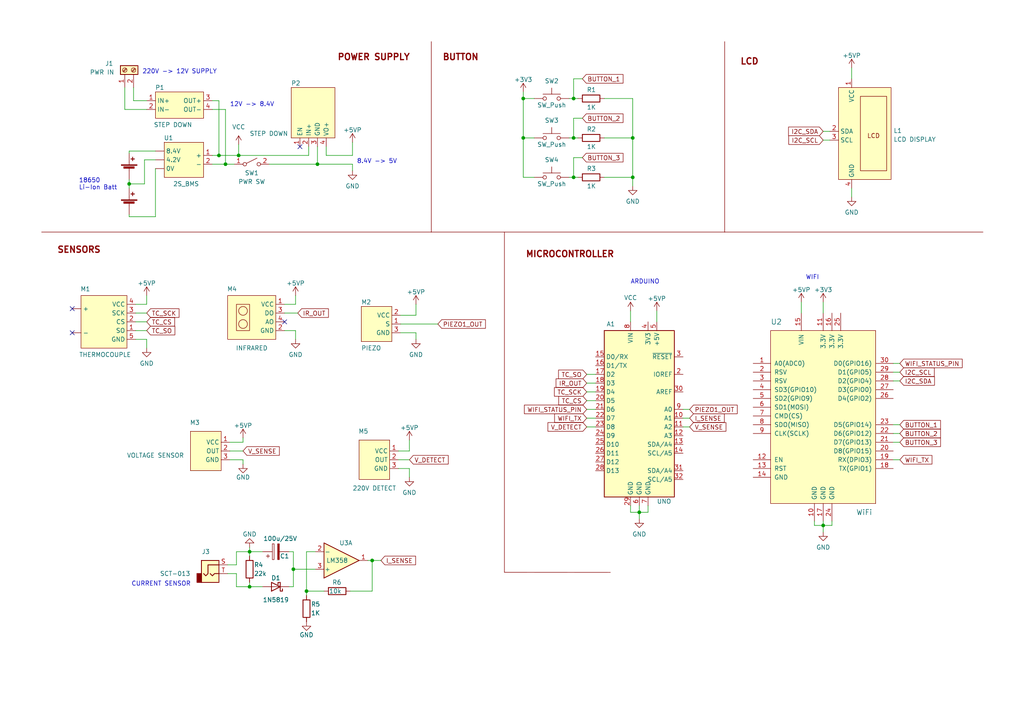
<source format=kicad_sch>
(kicad_sch (version 20230121) (generator eeschema)
  (paper "A4")
  (title_block (title "GENERATOR MONITORING SYSTEM SCHEMATICS"))
  (lib_symbols
    (symbol "Amplifier_Operational:LM358" (pin_names (offset 0.127))
      (property "Reference" "U" (at 0 5.08 0))
      (property "Value" "LM358" (at 0 -5.08 0))
      (symbol "LM358_1_1"
        (polyline (pts (xy -5.08 5.08) (xy 5.08 0) (xy -5.08 -5.08) (xy -5.08 5.08)) (stroke (width 0.254)) (fill (type background)))
        (pin output line (at 7.62 0 180) (length 2.54) (name "~") (number "1"))
        (pin input line (at -7.62 -2.54 0) (length 2.54) (name "-") (number "2"))
        (pin input line (at -7.62 2.54 0) (length 2.54) (name "+") (number "3"))
      )
      (symbol "LM358_2_1"
        (polyline (pts (xy -5.08 5.08) (xy 5.08 0) (xy -5.08 -5.08) (xy -5.08 5.08)) (stroke (width 0.254)) (fill (type background)))
        (pin input line (at -7.62 2.54 0) (length 2.54) (name "+") (number "5"))
        (pin input line (at -7.62 -2.54 0) (length 2.54) (name "-") (number "6"))
        (pin output line (at 7.62 0 180) (length 2.54) (name "~") (number "7"))
      )
      (symbol "LM358_3_1"
        (pin power_in line (at -2.54 -7.62 90) (length 3.81) (name "V-") (number "4"))
        (pin power_in line (at -2.54 7.62 270) (length 3.81) (name "V+") (number "8"))
      )
    )
    (symbol "Connector:Screw_Terminal_01x02" (pin_names (offset 1.016) hide)
      (property "Reference" "J" (at 0 2.54 0))
      (property "Value" "Screw_Terminal_01x02" (at 0 -5.08 0))
      (symbol "Screw_Terminal_01x02_1_1"
        (rectangle (start -1.27 1.27) (end 1.27 -3.81) (stroke (width 0.254)) (fill (type background)))
        (circle (center 0 -2.54) (radius 0.635) (stroke (width 0.1524)))
        (polyline (pts (xy -0.5334 -2.2098) (xy 0.3302 -3.048)) (stroke (width 0.1524)))
        (polyline (pts (xy -0.5334 0.3302) (xy 0.3302 -0.508)) (stroke (width 0.1524)))
        (polyline (pts (xy -0.3556 -2.032) (xy 0.508 -2.8702)) (stroke (width 0.1524)))
        (polyline (pts (xy -0.3556 0.508) (xy 0.508 -0.3302)) (stroke (width 0.1524)))
        (circle (center 0 0) (radius 0.635) (stroke (width 0.1524)))
        (pin passive line (at -5.08 0 0) (length 3.81) (name "Pin_1") (number "1"))
        (pin passive line (at -5.08 -2.54 0) (length 3.81) (name "Pin_2") (number "2"))
      )
    )
    (symbol "Connector_Audio:AudioJack2"
      (property "Reference" "J" (at 0 8.89 0))
      (property "Value" "AudioJack2" (at 0 6.35 0))
      (symbol "AudioJack2_0_1"
        (rectangle (start -3.81 0) (end -2.54 -2.54) (stroke (width 0.254)) (fill (type outline)))
        (rectangle (start -2.54 3.81) (end 2.54 -2.54) (stroke (width 0.254)) (fill (type background)))
        (polyline (pts (xy 0 0) (xy 0.635 -0.635) (xy 1.27 0) (xy 2.54 0)) (stroke (width 0.254)))
        (polyline (pts (xy 2.54 2.54) (xy -0.635 2.54) (xy -0.635 0) (xy -1.27 -0.635) (xy -1.905 0)) (stroke (width 0.254)))
      )
      (symbol "AudioJack2_1_1"
        (pin passive line (at 5.08 2.54 180) (length 2.54) (name "~") (number "S"))
        (pin passive line (at 5.08 0 180) (length 2.54) (name "~") (number "T"))
      )
    )
    (symbol "CustomLibrary:2S_BMS"
      (property "Reference" "U" (at 3.81 7.62 0))
      (property "Value" "2S_BMS" (at 0 -6.35 0))
      (symbol "2S_BMS_0_1"
        (rectangle (start -6.35 6.35) (end 5.08 -3.81) (stroke (width 0.1524)) (fill (type background)))
      )
      (symbol "2S_BMS_1_1"
        (pin input line (at -8.89 -1.27 0) (length 2.54) (name "0V") (number ""))
        (pin input line (at -8.89 1.27 0) (length 2.54) (name "4.2V") (number ""))
        (pin input line (at -8.89 3.81 0) (length 2.54) (name "8.4V") (number ""))
        (pin input line (at 7.62 2.54 180) (length 2.54) (name "+") (number "1"))
        (pin input line (at 7.62 0 180) (length 2.54) (name "-") (number "2"))
      )
    )
    (symbol "CustomLibrary:I2C_LCD_DISPLAY"
      (property "Reference" "L" (at -5.08 16.51 0))
      (property "Value" "I2C_LCD_DISPLAY" (at 10.16 -13.97 0))
      (symbol "I2C_LCD_DISPLAY_0_0"
        (text "LCD" (at 5.08 1.27 0) (effects (font (size 1.27 1.27))))
      )
      (symbol "I2C_LCD_DISPLAY_0_1"
        (rectangle (start -5.08 15.24) (end 10.16 -11.43) (stroke (width 0.1524)) (fill (type background)))
        (rectangle (start 1.27 12.7) (end 8.89 -8.89) (stroke (width 0.1524)))
      )
      (symbol "I2C_LCD_DISPLAY_1_1"
        (pin input line (at -1.27 17.78 270) (length 2.54) (name "VCC") (number "1"))
        (pin input line (at -7.62 2.54 0) (length 2.54) (name "SDA") (number "2"))
        (pin input line (at -7.62 0 0) (length 2.54) (name "SCL") (number "3"))
        (pin input line (at -1.27 -13.97 90) (length 2.54) (name "GND") (number "4"))
      )
    )
    (symbol "CustomLibrary:Infrared_Module"
      (property "Reference" "M" (at -7.62 7.62 0))
      (property "Value" "Infrared_Module" (at -0.635 -8.89 0))
      (symbol "Infrared_Module_0_1"
        (rectangle (start -8.255 5.715) (end 5.715 -6.985) (stroke (width 0.1524)) (fill (type background)))
        (rectangle (start -5.715 3.175) (end -1.905 -4.445) (stroke (width 0.1524)))
        (circle (center -3.81 -2.54) (radius 1.27) (stroke (width 0.1524)))
        (circle (center -3.81 1.27) (radius 1.27) (stroke (width 0.1524)))
      )
      (symbol "Infrared_Module_1_1"
        (pin input line (at 8.255 3.175 180) (length 2.54) (name "VCC") (number "1"))
        (pin input line (at 8.255 -4.445 180) (length 2.54) (name "GND") (number "2"))
        (pin input line (at 8.255 0.635 180) (length 2.54) (name "DO") (number "3"))
        (pin input line (at 8.255 -1.905 180) (length 2.54) (name "AO") (number "4"))
      )
    )
    (symbol "CustomLibrary:MAX6675_Module"
      (property "Reference" "M" (at -6.35 9.525 0))
      (property "Value" "MAX6675_Module" (at 0.635 -9.525 0))
      (symbol "MAX6675_Module_0_1"
        (rectangle (start -6.985 8.255) (end 6.35 -6.985) (stroke (width 0.1524)) (fill (type background)))
      )
      (symbol "MAX6675_Module_1_1"
        (pin input line (at -9.525 4.445 0) (length 2.54) (name "+") (number ""))
        (pin input line (at -9.525 -2.54 0) (length 2.54) (name "-") (number ""))
        (pin input line (at 8.89 -1.905 180) (length 2.54) (name "SO") (number "1"))
        (pin input line (at 8.89 0.635 180) (length 2.54) (name "CS") (number "2"))
        (pin input line (at 8.89 3.175 180) (length 2.54) (name "SCK") (number "3"))
        (pin input line (at 8.89 5.715 180) (length 2.54) (name "VCC") (number "4"))
        (pin input line (at 8.89 -4.445 180) (length 2.54) (name "GND") (number "5"))
      )
    )
    (symbol "CustomLibrary:Opto_Voltage_Detect_Module"
      (property "Reference" "M" (at -1.27 8.89 0))
      (property "Value" "Opto_Voltage_Detect_Module" (at 0 -6.985 0))
      (symbol "Opto_Voltage_Detect_Module_0_1"
        (rectangle (start -5.715 6.985) (end 3.175 -4.445) (stroke (width 0.1524)) (fill (type background)))
      )
      (symbol "Opto_Voltage_Detect_Module_1_1"
        (pin input line (at 5.715 3.81 180) (length 2.54) (name "VCC") (number "1"))
        (pin input line (at 5.715 1.27 180) (length 2.54) (name "OUT") (number "2"))
        (pin input line (at 5.715 -1.27 180) (length 2.54) (name "GND") (number "3"))
      )
    )
    (symbol "CustomLibrary:Piezo_Electric_Sensor_Module"
      (property "Reference" "M" (at -5.715 6.985 0))
      (property "Value" "Piezo_Electric_Sensor_Module" (at 1.905 -7.62 0))
      (symbol "Piezo_Electric_Sensor_Module_0_1"
        (rectangle (start 2.54 5.08) (end -6.35 -5.08) (stroke (width 0.1524)) (fill (type background)))
      )
      (symbol "Piezo_Electric_Sensor_Module_1_1"
        (pin input line (at 5.08 0 180) (length 2.54) (name "S") (number "1"))
        (pin input line (at 5.08 2.54 180) (length 2.54) (name "VCC") (number "2"))
        (pin input line (at 5.08 -2.54 180) (length 2.54) (name "GND") (number "3"))
      )
    )
    (symbol "CustomLibrary:Step_Down_Module"
      (property "Reference" "P" (at 3.81 6.35 0))
      (property "Value" "Step_Down_Module" (at 0.635 -6.35 0))
      (symbol "Step_Down_Module_0_1"
        (rectangle (start -7.62 3.81) (end 6.35 -3.81) (stroke (width 0.1524)) (fill (type background)))
      )
      (symbol "Step_Down_Module_1_1"
        (pin input line (at -10.16 1.27 0) (length 2.54) (name "IN+") (number "1"))
        (pin input line (at -10.16 -1.27 0) (length 2.54) (name "IN-") (number "2"))
        (pin input line (at 8.89 1.27 180) (length 2.54) (name "OUT+") (number "3"))
        (pin input line (at 8.89 -1.27 180) (length 2.54) (name "OUT-") (number "4"))
      )
    )
    (symbol "CustomLibrary:Step_Down_Module_Select"
      (property "Reference" "P" (at -6.985 5.715 0))
      (property "Value" "Step_Down_Module_Select" (at 0.635 -12.065 0))
      (symbol "Step_Down_Module_Select_0_1"
        (rectangle (start -7.62 3.81) (end 6.985 -8.89) (stroke (width 0.1524)) (fill (type background)))
      )
      (symbol "Step_Down_Module_Select_1_1"
        (pin input line (at -10.16 1.27 0) (length 2.54) (name "EN") (number "1"))
        (pin input line (at -10.16 -1.27 0) (length 2.54) (name "IN+") (number "2"))
        (pin input line (at -10.16 -3.81 0) (length 2.54) (name "GND") (number "3"))
        (pin input line (at -10.16 -6.35 0) (length 2.54) (name "VO+") (number "4"))
      )
    )
    (symbol "Device:Battery_Cell" (pin_numbers hide) (pin_names (offset 0) hide)
      (property "Reference" "BT" (at 2.54 2.54 0))
      (property "Value" "Battery_Cell" (at 2.54 0 0))
      (symbol "Battery_Cell_0_1"
        (rectangle (start -2.286 1.778) (end 2.286 1.524) (fill (type outline)))
        (rectangle (start -1.5748 1.1938) (end 1.4732 0.6858) (fill (type outline)))
        (polyline (pts (xy 0 0.762) (xy 0 0)))
        (polyline (pts (xy 0 1.778) (xy 0 2.54)))
        (polyline (pts (xy 0.508 3.429) (xy 1.524 3.429)) (stroke (width 0.254)))
        (polyline (pts (xy 1.016 3.937) (xy 1.016 2.921)) (stroke (width 0.254)))
      )
      (symbol "Battery_Cell_1_1"
        (pin passive line (at 0 5.08 270) (length 2.54) (name "+") (number "1"))
        (pin passive line (at 0 -2.54 90) (length 2.54) (name "-") (number "2"))
      )
    )
    (symbol "Device:C_Polarized" (pin_numbers hide) (pin_names (offset 0.254))
      (property "Reference" "C" (at 0.635 2.54 0))
      (property "Value" "C_Polarized" (at 0.635 -2.54 0))
      (symbol "C_Polarized_0_1"
        (rectangle (start -2.286 0.508) (end 2.286 1.016))
        (polyline (pts (xy -1.778 2.286) (xy -0.762 2.286)))
        (polyline (pts (xy -1.27 2.794) (xy -1.27 1.778)))
        (rectangle (start 2.286 -0.508) (end -2.286 -1.016) (fill (type outline)))
      )
      (symbol "C_Polarized_1_1"
        (pin passive line (at 0 3.81 270) (length 2.794) (name "~") (number "1"))
        (pin passive line (at 0 -3.81 90) (length 2.794) (name "~") (number "2"))
      )
    )
    (symbol "Device:R" (pin_numbers hide) (pin_names (offset 0))
      (property "Reference" "R" (at 2.032 0 90))
      (property "Value" "R" (at 0 0 90))
      (symbol "R_0_1"
        (rectangle (start -1.016 -2.54) (end 1.016 2.54) (stroke (width 0.254)))
      )
      (symbol "R_1_1"
        (pin passive line (at 0 3.81 270) (length 1.27) (name "~") (number "1"))
        (pin passive line (at 0 -3.81 90) (length 1.27) (name "~") (number "2"))
      )
    )
    (symbol "Diode:1N5819" (pin_numbers hide) (pin_names (offset 1.016) hide)
      (property "Reference" "D" (at 0 2.54 0))
      (property "Value" "1N5819" (at 0 -2.54 0))
      (symbol "1N5819_0_1"
        (polyline (pts (xy 1.27 0) (xy -1.27 0)))
        (polyline (pts (xy 1.27 1.27) (xy 1.27 -1.27) (xy -1.27 0) (xy 1.27 1.27)) (stroke (width 0.254)))
        (polyline (pts (xy -1.905 0.635) (xy -1.905 1.27) (xy -1.27 1.27) (xy -1.27 -1.27) (xy -0.635 -1.27) (xy -0.635 -0.635)) (stroke (width 0.254)))
      )
      (symbol "1N5819_1_1"
        (pin passive line (at -3.81 0 0) (length 2.54) (name "K") (number "1"))
        (pin passive line (at 3.81 0 180) (length 2.54) (name "A") (number "2"))
      )
    )
    (symbol "ESP8266 Module:NodeMCU1.0(ESP-12E)" (pin_names (offset 1.016))
      (property "Reference" "U" (at -13.335 28.575 0))
      (property "Value" "NodeMCU1.0(ESP-12E)" (at 23.495 -26.67 0))
      (symbol "NodeMCU1.0(ESP-12E)_0_1"
        (rectangle (start -15.24 27.305) (end 15.24 -22.86) (stroke (width 0.1524)) (fill (type background)))
      )
      (symbol "NodeMCU1.0(ESP-12E)_1_1"
        (pin input line (at -20.32 17.78 0) (length 5.08) (name "A0(ADC0)") (number "1"))
        (pin input line (at -2.54 -27.94 90) (length 5.08) (name "GND") (number "10"))
        (pin input line (at 0 32.385 270) (length 5.08) (name "3.3V") (number "11"))
        (pin input line (at -20.32 -10.16 0) (length 5.08) (name "EN") (number "12"))
        (pin input line (at -20.32 -12.7 0) (length 5.08) (name "RST") (number "13"))
        (pin input line (at -20.32 -15.24 0) (length 5.08) (name "GND") (number "14"))
        (pin input line (at -6.35 32.385 270) (length 5.08) (name "VIN") (number "15"))
        (pin input line (at 2.54 32.385 270) (length 5.08) (name "3.3V") (number "16"))
        (pin input line (at 0 -27.94 90) (length 5.08) (name "GND") (number "17"))
        (pin input line (at 20.32 -12.7 180) (length 5.08) (name "TX(GPIO1)") (number "18"))
        (pin input line (at 20.32 -10.16 180) (length 5.08) (name "RX(DPIO3)") (number "19"))
        (pin input line (at -20.32 15.24 0) (length 5.08) (name "RSV") (number "2"))
        (pin input line (at 20.32 -7.62 180) (length 5.08) (name "D8(GPIO15)") (number "20"))
        (pin input line (at 20.32 -5.08 180) (length 5.08) (name "D7(GPIO13)") (number "21"))
        (pin input line (at 20.32 -2.54 180) (length 5.08) (name "D6(GPIO12)") (number "22"))
        (pin input line (at 20.32 0 180) (length 5.08) (name "D5(GPIO14)") (number "23"))
        (pin input line (at 2.54 -27.94 90) (length 5.08) (name "GND") (number "24"))
        (pin input line (at 5.08 32.385 270) (length 5.08) (name "3.3V") (number "25"))
        (pin input line (at 20.32 7.62 180) (length 5.08) (name "D4(GPIO2)") (number "26"))
        (pin input line (at 20.32 10.16 180) (length 5.08) (name "D3(GPIO0)") (number "27"))
        (pin input line (at 20.32 12.7 180) (length 5.08) (name "D2(GPIO4)") (number "28"))
        (pin input line (at 20.32 15.24 180) (length 5.08) (name "D1(GPIO5)") (number "29"))
        (pin input line (at -20.32 12.7 0) (length 5.08) (name "RSV") (number "3"))
        (pin input line (at 20.32 17.78 180) (length 5.08) (name "D0(GPIO16)") (number "30"))
        (pin input line (at -20.32 10.16 0) (length 5.08) (name "SD3(GPIO10)") (number "4"))
        (pin input line (at -20.32 7.62 0) (length 5.08) (name "SD2(GPIO9)") (number "5"))
        (pin input line (at -20.32 5.08 0) (length 5.08) (name "SD1(MOSI)") (number "6"))
        (pin input line (at -20.32 2.54 0) (length 5.08) (name "CMD(CS)") (number "7"))
        (pin input line (at -20.32 0 0) (length 5.08) (name "SDO(MISO)") (number "8"))
        (pin input line (at -20.32 -2.54 0) (length 5.08) (name "CLK(SCLK)") (number "9"))
      )
    )
    (symbol "MCU_Module:Arduino_UNO_R3"
      (property "Reference" "A" (at -10.16 23.495 0))
      (property "Value" "Arduino_UNO_R3" (at 5.08 -26.67 0))
      (symbol "Arduino_UNO_R3_0_1"
        (rectangle (start -10.16 22.86) (end 10.16 -25.4) (stroke (width 0.254)) (fill (type background)))
      )
      (symbol "Arduino_UNO_R3_1_1"
        (pin no_connect line (at -10.16 -20.32 0) (length 2.54) hide (name "NC") (number "1"))
        (pin bidirectional line (at 12.7 -2.54 180) (length 2.54) (name "A1") (number "10"))
        (pin bidirectional line (at 12.7 -5.08 180) (length 2.54) (name "A2") (number "11"))
        (pin bidirectional line (at 12.7 -7.62 180) (length 2.54) (name "A3") (number "12"))
        (pin bidirectional line (at 12.7 -10.16 180) (length 2.54) (name "SDA/A4") (number "13"))
        (pin bidirectional line (at 12.7 -12.7 180) (length 2.54) (name "SCL/A5") (number "14"))
        (pin bidirectional line (at -12.7 15.24 0) (length 2.54) (name "D0/RX") (number "15"))
        (pin bidirectional line (at -12.7 12.7 0) (length 2.54) (name "D1/TX") (number "16"))
        (pin bidirectional line (at -12.7 10.16 0) (length 2.54) (name "D2") (number "17"))
        (pin bidirectional line (at -12.7 7.62 0) (length 2.54) (name "D3") (number "18"))
        (pin bidirectional line (at -12.7 5.08 0) (length 2.54) (name "D4") (number "19"))
        (pin output line (at 12.7 10.16 180) (length 2.54) (name "IOREF") (number "2"))
        (pin bidirectional line (at -12.7 2.54 0) (length 2.54) (name "D5") (number "20"))
        (pin bidirectional line (at -12.7 0 0) (length 2.54) (name "D6") (number "21"))
        (pin bidirectional line (at -12.7 -2.54 0) (length 2.54) (name "D7") (number "22"))
        (pin bidirectional line (at -12.7 -5.08 0) (length 2.54) (name "D8") (number "23"))
        (pin bidirectional line (at -12.7 -7.62 0) (length 2.54) (name "D9") (number "24"))
        (pin bidirectional line (at -12.7 -10.16 0) (length 2.54) (name "D10") (number "25"))
        (pin bidirectional line (at -12.7 -12.7 0) (length 2.54) (name "D11") (number "26"))
        (pin bidirectional line (at -12.7 -15.24 0) (length 2.54) (name "D12") (number "27"))
        (pin bidirectional line (at -12.7 -17.78 0) (length 2.54) (name "D13") (number "28"))
        (pin power_in line (at -2.54 -27.94 90) (length 2.54) (name "GND") (number "29"))
        (pin input line (at 12.7 15.24 180) (length 2.54) (name "~{RESET}") (number "3"))
        (pin input line (at 12.7 5.08 180) (length 2.54) (name "AREF") (number "30"))
        (pin bidirectional line (at 12.7 -17.78 180) (length 2.54) (name "SDA/A4") (number "31"))
        (pin bidirectional line (at 12.7 -20.32 180) (length 2.54) (name "SCL/A5") (number "32"))
        (pin power_out line (at 2.54 25.4 270) (length 2.54) (name "3V3") (number "4"))
        (pin power_out line (at 5.08 25.4 270) (length 2.54) (name "+5V") (number "5"))
        (pin power_in line (at 0 -27.94 90) (length 2.54) (name "GND") (number "6"))
        (pin power_in line (at 2.54 -27.94 90) (length 2.54) (name "GND") (number "7"))
        (pin power_in line (at -2.54 25.4 270) (length 2.54) (name "VIN") (number "8"))
        (pin bidirectional line (at 12.7 0 180) (length 2.54) (name "A0") (number "9"))
      )
    )
    (symbol "Switch:SW_Push" (pin_numbers hide) (pin_names (offset 1.016) hide)
      (property "Reference" "SW" (at 1.27 2.54 0))
      (property "Value" "SW_Push" (at 0 -1.524 0))
      (symbol "SW_Push_0_1"
        (circle (center -2.032 0) (radius 0.508))
        (polyline (pts (xy 0 1.27) (xy 0 3.048)))
        (polyline (pts (xy 2.54 1.27) (xy -2.54 1.27)))
        (circle (center 2.032 0) (radius 0.508))
        (pin passive line (at -5.08 0 0) (length 2.54) (name "1") (number "1"))
        (pin passive line (at 5.08 0 180) (length 2.54) (name "2") (number "2"))
      )
    )
    (symbol "Switch:SW_SPST" (pin_names (offset 0) hide)
      (property "Reference" "SW" (at 0 3.175 0))
      (property "Value" "SW_SPST" (at 0 -2.54 0))
      (symbol "SW_SPST_0_0"
        (circle (center -2.032 0) (radius 0.508))
        (polyline (pts (xy -1.524 0.254) (xy 1.524 1.778)))
        (circle (center 2.032 0) (radius 0.508))
      )
      (symbol "SW_SPST_1_1"
        (pin passive line (at -5.08 0 0) (length 2.54) (name "A") (number "1"))
        (pin passive line (at 5.08 0 180) (length 2.54) (name "B") (number "2"))
      )
    )
    (symbol "power:+3V3" (power) (pin_names (offset 0))
      (property "Value" "+3V3" (at 0 3.556 0))
      (symbol "+3V3_0_1"
        (polyline (pts (xy -0.762 1.27) (xy 0 2.54)))
        (polyline (pts (xy 0 0) (xy 0 2.54)))
        (polyline (pts (xy 0 2.54) (xy 0.762 1.27)))
      )
      (symbol "+3V3_1_1"
        (pin power_in line (at 0 0 90) (length 0) hide (name "+3V3") (number "1"))
      )
    )
    (symbol "power:+5VP" (power) (pin_names (offset 0))
      (property "Value" "+5VP" (at 0 3.556 0))
      (symbol "+5VP_0_1"
        (polyline (pts (xy -0.762 1.27) (xy 0 2.54)))
        (polyline (pts (xy 0 0) (xy 0 2.54)))
        (polyline (pts (xy 0 2.54) (xy 0.762 1.27)))
      )
      (symbol "+5VP_1_1"
        (pin power_in line (at 0 0 90) (length 0) hide (name "+5VP") (number "1"))
      )
    )
    (symbol "power:GND" (power) (pin_names (offset 0))
      (property "Value" "GND" (at 0 -3.81 0))
      (symbol "GND_0_1"
        (polyline (pts (xy 0 0) (xy 0 -1.27) (xy 1.27 -1.27) (xy 0 -2.54) (xy -1.27 -1.27) (xy 0 -1.27)))
      )
      (symbol "GND_1_1"
        (pin power_in line (at 0 0 270) (length 0) hide (name "GND") (number "1"))
      )
    )
    (symbol "power:VCC" (power) (pin_names (offset 0))
      (property "Value" "VCC" (at 0 3.81 0))
      (symbol "VCC_0_1"
        (polyline (pts (xy -0.762 1.27) (xy 0 2.54)))
        (polyline (pts (xy 0 0) (xy 0 2.54)))
        (polyline (pts (xy 0 2.54) (xy 0.762 1.27)))
      )
      (symbol "VCC_1_1"
        (pin power_in line (at 0 0 90) (length 0) hide (name "VCC") (number "1"))
      )
    )
  )
  (junction (at 65.405 47.625))
  (junction (at 69.215 45.085))
  (junction (at 107.95 162.56))
  (junction (at 166.37 51.435))
  (junction (at 185.42 148.59))
  (junction (at 151.765 28.575))
  (junction (at 183.515 51.435))
  (junction (at 88.9 171.45))
  (junction (at 166.37 28.575))
  (junction (at 183.515 40.005))
  (junction (at 72.39 170.18))
  (junction (at 92.075 47.625))
  (junction (at 166.37 40.005))
  (junction (at 63.5 45.085))
  (junction (at 151.765 40.005))
  (junction (at 85.09 165.1))
  (junction (at 238.76 152.4))
  (junction (at 72.39 160.02))
  (junction (at 37.465 53.34))
  (no_connect (at 20.955 96.52))
  (no_connect (at 86.995 42.545))
  (no_connect (at 82.55 93.345))
  (no_connect (at 20.955 89.535))
  (wire (pts (xy 238.76 38.1) (xy 240.665 38.1)))
  (wire (pts (xy 259.08 105.41) (xy 260.985 105.41)))
  (wire (pts (xy 247.015 19.685) (xy 247.015 22.86)))
  (wire (pts (xy 72.39 158.75) (xy 72.39 160.02)))
  (wire (pts (xy 63.5 45.085) (xy 63.5 29.21)))
  (wire (pts (xy 238.76 152.4) (xy 238.76 154.305)))
  (polyline (pts (xy 177.038 166.0144) (xy 146.304 165.989)) (stroke (width 0) (color 132 0 0 1)))
  (wire (pts (xy 88.9 171.45) (xy 93.98 171.45)))
  (wire (pts (xy 92.075 47.625) (xy 102.235 47.625)))
  (wire (pts (xy 106.68 162.56) (xy 107.95 162.56)))
  (wire (pts (xy 247.015 54.61) (xy 247.015 57.15)))
  (wire (pts (xy 37.465 53.34) (xy 41.91 53.34)))
  (wire (pts (xy 85.09 160.02) (xy 85.09 165.1)))
  (wire (pts (xy 182.88 90.17) (xy 182.88 93.345)))
  (wire (pts (xy 116.205 91.44) (xy 120.65 91.44)))
  (wire (pts (xy 66.675 130.81) (xy 70.485 130.81)))
  (polyline (pts (xy 125.095 67.31) (xy 210.185 67.31)) (stroke (width 0) (type solid) (color 132 0 0 1)))
  (polyline (pts (xy 210.185 12.065) (xy 210.185 67.31)) (stroke (width 0) (type solid) (color 132 0 0 1)))
  (wire (pts (xy 115.57 135.89) (xy 118.745 135.89)))
  (wire (pts (xy 63.5 45.085) (xy 69.215 45.085)))
  (wire (pts (xy 151.765 28.575) (xy 154.94 28.575)))
  (wire (pts (xy 83.82 160.02) (xy 85.09 160.02)))
  (wire (pts (xy 38.735 29.21) (xy 42.545 29.21)))
  (wire (pts (xy 166.37 40.005) (xy 166.37 34.29)))
  (wire (pts (xy 151.765 40.005) (xy 154.94 40.005)))
  (wire (pts (xy 68.58 163.83) (xy 68.58 160.02)))
  (wire (pts (xy 170.18 121.285) (xy 172.72 121.285)))
  (wire (pts (xy 41.91 46.355) (xy 45.085 46.355)))
  (wire (pts (xy 170.18 116.205) (xy 172.72 116.205)))
  (wire (pts (xy 236.22 151.13) (xy 236.22 152.4)))
  (wire (pts (xy 42.545 88.265) (xy 42.545 85.725)))
  (wire (pts (xy 89.535 45.085) (xy 89.535 42.545)))
  (wire (pts (xy 170.18 118.745) (xy 172.72 118.745)))
  (wire (pts (xy 39.37 95.885) (xy 42.545 95.885)))
  (polyline (pts (xy 146.304 165.989) (xy 146.304 67.31)) (stroke (width 0) (color 132 0 0 1)))
  (wire (pts (xy 39.37 90.805) (xy 42.545 90.805)))
  (wire (pts (xy 82.55 90.805) (xy 86.36 90.805)))
  (wire (pts (xy 92.075 47.625) (xy 92.075 42.545)))
  (wire (pts (xy 165.1 40.005) (xy 166.37 40.005)))
  (wire (pts (xy 41.91 53.34) (xy 41.91 46.355)))
  (wire (pts (xy 115.57 133.35) (xy 118.745 133.35)))
  (wire (pts (xy 72.39 168.91) (xy 72.39 170.18)))
  (wire (pts (xy 68.58 160.02) (xy 72.39 160.02)))
  (wire (pts (xy 61.595 29.21) (xy 63.5 29.21)))
  (wire (pts (xy 102.235 45.085) (xy 102.235 41.275)))
  (wire (pts (xy 42.545 98.425) (xy 42.545 100.965)))
  (wire (pts (xy 37.465 62.865) (xy 45.085 62.865)))
  (wire (pts (xy 198.12 118.745) (xy 200.025 118.745)))
  (wire (pts (xy 238.76 152.4) (xy 241.3 152.4)))
  (wire (pts (xy 39.37 93.345) (xy 42.545 93.345)))
  (wire (pts (xy 66.675 133.35) (xy 70.485 133.35)))
  (wire (pts (xy 120.65 96.52) (xy 120.65 98.425)))
  (wire (pts (xy 259.08 133.35) (xy 260.985 133.35)))
  (wire (pts (xy 94.615 42.545) (xy 94.615 45.085)))
  (wire (pts (xy 72.39 170.18) (xy 76.2 170.18)))
  (wire (pts (xy 107.95 162.56) (xy 107.95 171.45)))
  (wire (pts (xy 70.485 128.27) (xy 70.485 127)))
  (wire (pts (xy 151.765 28.575) (xy 151.765 40.005)))
  (wire (pts (xy 170.18 108.585) (xy 172.72 108.585)))
  (wire (pts (xy 151.765 40.005) (xy 151.765 51.435)))
  (polyline (pts (xy 210.185 67.31) (xy 285.115 67.31)) (stroke (width 0) (type solid) (color 132 0 0 1)))
  (wire (pts (xy 69.215 41.91) (xy 69.215 45.085)))
  (wire (pts (xy 118.745 130.81) (xy 118.745 127.635)))
  (wire (pts (xy 166.37 28.575) (xy 167.64 28.575)))
  (wire (pts (xy 241.3 152.4) (xy 241.3 151.13)))
  (wire (pts (xy 36.195 31.75) (xy 42.545 31.75)))
  (wire (pts (xy 61.595 45.085) (xy 63.5 45.085)))
  (wire (pts (xy 175.26 51.435) (xy 183.515 51.435)))
  (wire (pts (xy 165.1 28.575) (xy 166.37 28.575)))
  (wire (pts (xy 175.26 28.575) (xy 183.515 28.575)))
  (wire (pts (xy 37.465 43.815) (xy 37.465 44.45)))
  (wire (pts (xy 259.08 110.49) (xy 260.985 110.49)))
  (wire (pts (xy 166.37 22.86) (xy 168.91 22.86)))
  (wire (pts (xy 37.465 52.07) (xy 37.465 53.34)))
  (wire (pts (xy 238.76 40.64) (xy 240.665 40.64)))
  (wire (pts (xy 65.405 47.625) (xy 61.595 47.625)))
  (wire (pts (xy 68.58 166.37) (xy 66.04 166.37)))
  (wire (pts (xy 61.595 31.75) (xy 65.405 31.75)))
  (wire (pts (xy 187.96 148.59) (xy 187.96 146.685)))
  (wire (pts (xy 151.765 26.67) (xy 151.765 28.575)))
  (wire (pts (xy 198.12 123.825) (xy 200.025 123.825)))
  (wire (pts (xy 170.18 111.125) (xy 172.72 111.125)))
  (wire (pts (xy 38.735 25.4) (xy 38.735 29.21)))
  (wire (pts (xy 182.88 148.59) (xy 185.42 148.59)))
  (wire (pts (xy 120.65 91.44) (xy 120.65 88.265)))
  (wire (pts (xy 170.18 123.825) (xy 172.72 123.825)))
  (wire (pts (xy 45.085 62.865) (xy 45.085 48.895)))
  (wire (pts (xy 37.465 53.34) (xy 37.465 54.61)))
  (wire (pts (xy 183.515 51.435) (xy 183.515 53.975)))
  (wire (pts (xy 182.88 146.685) (xy 182.88 148.59)))
  (wire (pts (xy 165.1 51.435) (xy 166.37 51.435)))
  (wire (pts (xy 166.37 51.435) (xy 166.37 45.72)))
  (wire (pts (xy 91.44 160.02) (xy 88.9 160.02)))
  (wire (pts (xy 115.57 130.81) (xy 118.745 130.81)))
  (wire (pts (xy 116.205 93.98) (xy 127 93.98)))
  (wire (pts (xy 238.76 87.63) (xy 238.76 90.805)))
  (wire (pts (xy 259.08 125.73) (xy 260.985 125.73)))
  (polyline (pts (xy 12.065 67.31) (xy 125.095 67.31)) (stroke (width 0) (type solid) (color 132 0 0 1)))
  (wire (pts (xy 85.725 95.885) (xy 85.725 98.425)))
  (wire (pts (xy 185.42 148.59) (xy 185.42 150.495)))
  (wire (pts (xy 85.09 170.18) (xy 83.82 170.18)))
  (wire (pts (xy 107.95 162.56) (xy 110.49 162.56)))
  (wire (pts (xy 37.465 62.865) (xy 37.465 62.23)))
  (wire (pts (xy 72.39 160.02) (xy 72.39 161.29)))
  (wire (pts (xy 82.55 88.265) (xy 85.725 88.265)))
  (wire (pts (xy 82.55 95.885) (xy 85.725 95.885)))
  (wire (pts (xy 166.37 51.435) (xy 167.64 51.435)))
  (wire (pts (xy 37.465 43.815) (xy 45.085 43.815)))
  (wire (pts (xy 65.405 47.625) (xy 67.945 47.625)))
  (wire (pts (xy 72.39 160.02) (xy 76.2 160.02)))
  (wire (pts (xy 118.745 135.89) (xy 118.745 138.43)))
  (wire (pts (xy 185.42 146.685) (xy 185.42 148.59)))
  (wire (pts (xy 166.37 45.72) (xy 168.91 45.72)))
  (wire (pts (xy 36.195 25.4) (xy 36.195 31.75)))
  (wire (pts (xy 39.37 88.265) (xy 42.545 88.265)))
  (wire (pts (xy 238.76 151.13) (xy 238.76 152.4)))
  (wire (pts (xy 170.18 113.665) (xy 172.72 113.665)))
  (wire (pts (xy 259.08 107.95) (xy 260.985 107.95)))
  (wire (pts (xy 94.615 45.085) (xy 102.235 45.085)))
  (wire (pts (xy 166.37 34.29) (xy 168.91 34.29)))
  (wire (pts (xy 78.105 47.625) (xy 92.075 47.625)))
  (wire (pts (xy 166.37 28.575) (xy 166.37 22.86)))
  (wire (pts (xy 65.405 31.75) (xy 65.405 47.625)))
  (wire (pts (xy 259.08 123.19) (xy 260.985 123.19)))
  (wire (pts (xy 68.58 170.18) (xy 68.58 166.37)))
  (wire (pts (xy 166.37 40.005) (xy 167.64 40.005)))
  (wire (pts (xy 116.205 96.52) (xy 120.65 96.52)))
  (wire (pts (xy 69.215 45.085) (xy 89.535 45.085)))
  (wire (pts (xy 70.485 133.35) (xy 70.485 134.62)))
  (wire (pts (xy 88.9 171.45) (xy 88.9 172.72)))
  (wire (pts (xy 183.515 40.005) (xy 183.515 51.435)))
  (wire (pts (xy 85.725 88.265) (xy 85.725 85.725)))
  (wire (pts (xy 107.95 171.45) (xy 101.6 171.45)))
  (wire (pts (xy 39.37 98.425) (xy 42.545 98.425)))
  (wire (pts (xy 66.675 128.27) (xy 70.485 128.27)))
  (wire (pts (xy 85.09 165.1) (xy 85.09 170.18)))
  (wire (pts (xy 66.04 163.83) (xy 68.58 163.83)))
  (wire (pts (xy 190.5 90.17) (xy 190.5 93.345)))
  (wire (pts (xy 259.08 128.27) (xy 260.985 128.27)))
  (wire (pts (xy 85.09 165.1) (xy 91.44 165.1)))
  (wire (pts (xy 88.9 160.02) (xy 88.9 171.45)))
  (wire (pts (xy 175.26 40.005) (xy 183.515 40.005)))
  (wire (pts (xy 102.235 47.625) (xy 102.235 49.53)))
  (wire (pts (xy 151.765 51.435) (xy 154.94 51.435)))
  (wire (pts (xy 198.12 121.285) (xy 200.025 121.285)))
  (wire (pts (xy 72.39 170.18) (xy 68.58 170.18)))
  (polyline (pts (xy 125.095 12.065) (xy 125.095 67.31)) (stroke (width 0) (type solid) (color 132 0 0 1)))
  (wire (pts (xy 185.42 148.59) (xy 187.96 148.59)))
  (wire (pts (xy 236.22 152.4) (xy 238.76 152.4)))
  (wire (pts (xy 183.515 28.575) (xy 183.515 40.005)))
  (wire (pts (xy 232.41 87.63) (xy 232.41 90.805)))
  (text "220V -> 12V SUPPLY\n" (at 41.275 21.59 0) (effects (font (size 1.27 1.27)) (justify left bottom)))
  (text "MICROCONTROLLER" (at 152.4 74.93 0) (effects (font (size 1.8 1.8) (thickness 0.36) bold) (justify left bottom)))
  (text "BUTTON" (at 128.27 17.78 0) (effects (font (size 1.8 1.8) (thickness 0.36) bold) (justify left bottom)))
  (text "18650\nLi-Ion Batt\n" (at 22.86 55.245 0) (effects (font (size 1.27 1.27)) (justify left bottom)))
  (text "LCD" (at 214.63 19.05 0) (effects (font (size 1.8 1.8) (thickness 0.36) bold) (justify left bottom)))
  (text "SENSORS" (at 16.51 73.66 0) (effects (font (size 1.8 1.8) (thickness 0.36) bold) (justify left bottom)))
  (text "ARDUINO" (at 182.88 82.55 0) (effects (font (size 1.27 1.27)) (justify left bottom)))
  (text "12V -> 8.4V\n" (at 66.675 31.115 0) (effects (font (size 1.27 1.27)) (justify left bottom)))
  (text "CURRENT SENSOR" (at 38.1 170.18 0) (effects (font (size 1.27 1.27)) (justify left bottom)))
  (text "8.4V -> 5V\n" (at 103.505 47.625 0) (effects (font (size 1.27 1.27)) (justify left bottom)))
  (text "POWER SUPPLY" (at 97.79 17.78 0) (effects (font (size 1.8 1.8) (thickness 0.36) bold) (justify left bottom)))
  (text "WIFI" (at 233.68 81.28 0) (effects (font (size 1.27 1.27)) (justify left bottom)))
  (global_label "I2C_SCL" (shape input) (at 238.76 40.64 180) (property "Intersheetrefs" "${INTERSHEET_REFS}" (effects hide)))
  (global_label "BUTTON_3" (shape input) (at 260.985 128.27 0) (property "Intersheetrefs" "${INTERSHEET_REFS}" (effects hide)))
  (global_label "WIFI_STATUS_PIN" (shape input) (at 170.18 118.745 180) (property "Intersheetrefs" "${INTERSHEET_REFS}" (effects hide)))
  (global_label "I2C_SDA" (shape input) (at 260.985 110.49 0) (property "Intersheetrefs" "${INTERSHEET_REFS}" (effects hide)))
  (global_label "TC_SCK" (shape input) (at 170.18 113.665 180) (property "Intersheetrefs" "${INTERSHEET_REFS}" (effects hide)))
  (global_label "BUTTON_1" (shape input) (at 168.91 22.86 0) (property "Intersheetrefs" "${INTERSHEET_REFS}" (effects hide)))
  (global_label "BUTTON_2" (shape input) (at 168.91 34.29 0) (property "Intersheetrefs" "${INTERSHEET_REFS}" (effects hide)))
  (global_label "BUTTON_3" (shape input) (at 168.91 45.72 0) (property "Intersheetrefs" "${INTERSHEET_REFS}" (effects hide)))
  (global_label "IR_OUT" (shape input) (at 86.36 90.805 0) (property "Intersheetrefs" "${INTERSHEET_REFS}" (effects hide)))
  (global_label "WIFI_TX" (shape input) (at 260.985 133.35 0) (property "Intersheetrefs" "${INTERSHEET_REFS}" (effects hide)))
  (global_label "V_SENSE" (shape input) (at 70.485 130.81 0) (property "Intersheetrefs" "${INTERSHEET_REFS}" (effects hide)))
  (global_label "WIFI_STATUS_PIN" (shape input) (at 260.985 105.41 0) (property "Intersheetrefs" "${INTERSHEET_REFS}" (effects hide)))
  (global_label "PIEZO1_OUT" (shape input) (at 127 93.98 0) (property "Intersheetrefs" "${INTERSHEET_REFS}" (effects hide)))
  (global_label "TC_CS" (shape input) (at 42.545 93.345 0) (property "Intersheetrefs" "${INTERSHEET_REFS}" (effects hide)))
  (global_label "IR_OUT" (shape input) (at 170.18 111.125 180) (property "Intersheetrefs" "${INTERSHEET_REFS}" (effects hide)))
  (global_label "TC_SO" (shape input) (at 170.18 108.585 180) (property "Intersheetrefs" "${INTERSHEET_REFS}" (effects hide)))
  (global_label "BUTTON_1" (shape input) (at 260.985 123.19 0) (property "Intersheetrefs" "${INTERSHEET_REFS}" (effects hide)))
  (global_label "V_SENSE" (shape input) (at 200.025 123.825 0) (property "Intersheetrefs" "${INTERSHEET_REFS}" (effects hide)))
  (global_label "V_DETECT" (shape input) (at 170.18 123.825 180) (property "Intersheetrefs" "${INTERSHEET_REFS}" (effects hide)))
  (global_label "V_DETECT" (shape input) (at 118.745 133.35 0) (property "Intersheetrefs" "${INTERSHEET_REFS}" (effects hide)))
  (global_label "BUTTON_2" (shape input) (at 260.985 125.73 0) (property "Intersheetrefs" "${INTERSHEET_REFS}" (effects hide)))
  (global_label "TC_SO" (shape input) (at 42.545 95.885 0) (property "Intersheetrefs" "${INTERSHEET_REFS}" (effects hide)))
  (global_label "I_SENSE" (shape input) (at 200.025 121.285 0) (property "Intersheetrefs" "${INTERSHEET_REFS}" (effects hide)))
  (global_label "I2C_SDA" (shape input) (at 238.76 38.1 180) (property "Intersheetrefs" "${INTERSHEET_REFS}" (effects hide)))
  (global_label "I2C_SCL" (shape input) (at 260.985 107.95 0) (property "Intersheetrefs" "${INTERSHEET_REFS}" (effects hide)))
  (global_label "WIFI_TX" (shape input) (at 170.18 121.285 180) (property "Intersheetrefs" "${INTERSHEET_REFS}" (effects hide)))
  (global_label "I_SENSE" (shape input) (at 110.49 162.56 0) (property "Intersheetrefs" "${INTERSHEET_REFS}" (effects hide)))
  (global_label "TC_CS" (shape input) (at 170.18 116.205 180) (property "Intersheetrefs" "${INTERSHEET_REFS}" (effects hide)))
  (global_label "PIEZO1_OUT" (shape input) (at 200.025 118.745 0) (property "Intersheetrefs" "${INTERSHEET_REFS}" (effects hide)))
  (global_label "TC_SCK" (shape input) (at 42.545 90.805 0) (property "Intersheetrefs" "${INTERSHEET_REFS}" (effects hide)))
  (symbol (lib_id "power:GND") (at 183.515 53.975 0) (unit 1)
    (property "Reference" "#PWR018" (effects hide))
    (property "Value" "GND" (at 183.515 58.4184 0))
  )
  (symbol (lib_id "power:GND") (at 72.39 158.75 180) (unit 1)
    (property "Reference" "#PWR021" (effects hide))
    (property "Value" "GND" (at 72.39 154.94 0))
  )
  (symbol (lib_id "power:+5VP") (at 70.485 127 0) (unit 1)
    (property "Reference" "#PWR023" (effects hide))
    (property "Value" "+5VP" (at 70.485 123.4242 0))
  )
  (symbol (lib_id "CustomLibrary:2S_BMS") (at 53.975 47.625 0) (unit 1)
    (property "Reference" "U1" (at 48.895 40.005 0))
    (property "Value" "2S_BMS" (at 53.975 53.34 0))
    (property "Footprint" "Connector_JST:JST_EH_B2B-EH-A_1x02_P2.50mm_Vertical" (effects hide))
  )
  (symbol (lib_id "power:VCC") (at 182.88 90.17 0) (unit 1)
    (property "Reference" "#PWR025" (effects hide))
    (property "Value" "VCC" (at 182.88 86.36 0))
  )
  (symbol (lib_id "Device:Battery_Cell") (at 37.465 59.69 0) (unit 1)
    (property "Reference" "BT4" (effects hide))
    (property "Value" "Battery_Cell" (effects hide))
  )
  (symbol (lib_id "power:+3V3") (at 238.76 87.63 0) (unit 1)
    (property "Reference" "#PWR016" (effects hide))
    (property "Value" "+3V3" (at 238.76 84.0542 0))
  )
  (symbol (lib_id "power:+5VP") (at 85.725 85.725 0) (unit 1)
    (property "Reference" "#PWR05" (effects hide))
    (property "Value" "+5VP" (at 85.725 82.1492 0))
  )
  (symbol (lib_id "power:GND") (at 118.745 138.43 0) (unit 1)
    (property "Reference" "#PWR010" (effects hide))
    (property "Value" "GND" (at 118.745 142.8734 0))
  )
  (symbol (lib_id "power:+5VP") (at 42.545 85.725 0) (unit 1)
    (property "Reference" "#PWR01" (effects hide))
    (property "Value" "+5VP" (at 42.545 82.1492 0))
  )
  (symbol (lib_id "power:GND") (at 247.015 57.15 0) (unit 1)
    (property "Reference" "#PWR020" (effects hide))
    (property "Value" "GND" (at 247.015 61.5934 0))
  )
  (symbol (lib_id "Device:R") (at 171.45 40.005 270) (unit 1)
    (property "Reference" "R2" (at 170.18 37.465 90) (effects (justify left)))
    (property "Value" "1K" (at 170.18 42.545 90) (effects (justify left)))
    (property "Footprint" "Resistor_THT:R_Axial_DIN0207_L6.3mm_D2.5mm_P10.16mm_Horizontal" (effects hide))
  )
  (symbol (lib_id "power:GND") (at 185.42 150.495 0) (unit 1)
    (property "Reference" "#PWR012" (effects hide))
    (property "Value" "GND" (at 185.42 154.9384 0))
  )
  (symbol (lib_id "power:GND") (at 120.65 98.425 0) (unit 1)
    (property "Reference" "#PWR03" (effects hide))
    (property "Value" "GND" (at 120.65 102.8684 0))
  )
  (symbol (lib_id "MCU_Module:Arduino_UNO_R3") (at 185.42 118.745 0) (unit 1)
    (property "Reference" "A1" (at 175.895 93.98 0) (effects (justify left)))
    (property "Value" "UNO" (at 190.5 145.415 0) (effects (justify left)))
    (property "Footprint" "Module:Arduino_UNO_R3" (effects hide))
    (property "Datasheet" "https://www.arduino.cc/en/Main/arduinoBoardUno" (effects hide))
  )
  (symbol (lib_id "Switch:SW_Push") (at 160.02 51.435 0) (unit 1)
    (property "Reference" "SW4" (at 160.02 46.355 0))
    (property "Value" "SW_Push" (at 160.02 53.34 0))
    (property "Footprint" "Connector_JST:JST_EH_B2B-EH-A_1x02_P2.50mm_Vertical" (effects hide))
  )
  (symbol (lib_id "CustomLibrary:MAX6675_Module") (at 30.48 93.98 0) (unit 1)
    (property "Reference" "M1" (at 24.765 83.82 0))
    (property "Value" "THERMOCOUPLE" (at 30.48 102.87 0))
    (property "Footprint" "Connector_JST:JST_EH_B5B-EH-A_1x05_P2.50mm_Vertical" (effects hide))
  )
  (symbol (lib_id "ESP8266 Module:NodeMCU1.0(ESP-12E)") (at 238.76 123.19 0) (unit 1)
    (property "Reference" "U2" (at 223.52 93.345 0) (effects (font (size 1.524 1.524)) (justify left)))
    (property "Value" "WiFi" (at 248.285 148.59 0) (effects (font (size 1.524 1.524)) (justify left)))
    (property "Footprint" "Custom Library:NodeMCU V3" (effects hide))
  )
  (symbol (lib_id "power:GND") (at 42.545 100.965 0) (unit 1)
    (property "Reference" "#PWR02" (effects hide))
    (property "Value" "GND" (at 42.545 105.4084 0))
  )
  (symbol (lib_id "power:+5VP") (at 118.745 127.635 0) (unit 1)
    (property "Reference" "#PWR09" (effects hide))
    (property "Value" "+5VP" (at 118.745 124.0592 0))
  )
  (symbol (lib_id "power:GND") (at 70.485 134.62 0) (unit 1)
    (property "Reference" "#PWR024" (effects hide))
    (property "Value" "GND" (at 70.485 138.43 0))
  )
  (symbol (lib_id "Switch:SW_SPST") (at 73.025 47.625 0) (unit 1)
    (property "Reference" "SW1" (at 73.025 50.165 0))
    (property "Value" "PWR SW" (at 73.025 52.705 0))
    (property "Footprint" "Connector_JST:JST_EH_B2B-EH-A_1x02_P2.50mm_Vertical" (effects hide))
  )
  (symbol (lib_id "CustomLibrary:Step_Down_Module_Select") (at 88.265 32.385 90) (unit 1)
    (property "Reference" "P2" (at 84.455 24.13 90) (effects (justify right)))
    (property "Value" "STEP DOWN" (at 72.39 38.735 90) (effects (justify right)))
    (property "Footprint" "Custom Library:Mini Step-Down" (effects hide))
  )
  (symbol (lib_id "power:GND") (at 88.9 180.34 0) (unit 1)
    (property "Reference" "#PWR022" (effects hide))
    (property "Value" "GND" (at 88.9 184.15 0))
  )
  (symbol (lib_id "Device:R") (at 72.39 165.1 0) (unit 1)
    (property "Reference" "R4" (at 73.66 163.83 0) (effects (justify left)))
    (property "Value" "22k" (at 73.66 166.37 0) (effects (justify left)))
    (property "Footprint" "Resistor_THT:R_Axial_DIN0207_L6.3mm_D2.5mm_P10.16mm_Horizontal" (effects hide))
  )
  (symbol (lib_id "power:+5VP") (at 190.5 90.17 0) (unit 1)
    (property "Reference" "#PWR013" (effects hide))
    (property "Value" "+5VP" (at 190.5 86.5942 0))
  )
  (symbol (lib_id "Device:R") (at 97.79 171.45 90) (unit 1)
    (property "Reference" "R6" (at 99.06 168.91 90) (effects (justify left)))
    (property "Value" "10k" (at 99.06 171.45 90) (effects (justify left)))
    (property "Footprint" "Resistor_THT:R_Axial_DIN0207_L6.3mm_D2.5mm_P10.16mm_Horizontal" (effects hide))
  )
  (symbol (lib_id "CustomLibrary:Opto_Voltage_Detect_Module") (at 109.855 134.62 0) (unit 1)
    (property "Reference" "M5" (at 105.41 125.095 0))
    (property "Value" "220V DETECT" (at 108.585 141.605 0))
    (property "Footprint" "Connector_JST:JST_EH_B3B-EH-A_1x03_P2.50mm_Vertical" (effects hide))
  )
  (symbol (lib_id "power:+5VP") (at 120.65 88.265 0) (unit 1)
    (property "Reference" "#PWR04" (effects hide))
    (property "Value" "+5VP" (at 120.65 84.6892 0))
  )
  (symbol (lib_id "power:GND") (at 238.76 154.305 0) (unit 1)
    (property "Reference" "#PWR017" (effects hide))
    (property "Value" "GND" (at 238.76 158.7484 0))
  )
  (symbol (lib_id "Device:R") (at 88.9 176.53 0) (unit 1)
    (property "Reference" "R5" (at 90.17 175.26 0) (effects (justify left)))
    (property "Value" "1K" (at 90.17 177.8 0) (effects (justify left)))
    (property "Footprint" "Resistor_THT:R_Axial_DIN0207_L6.3mm_D2.5mm_P10.16mm_Horizontal" (effects hide))
  )
  (symbol (lib_id "Amplifier_Operational:LM358") (at 99.06 162.56 0) (mirror x) (unit 1)
    (property "Reference" "U3" (at 100.33 157.48 0))
    (property "Value" "LM358" (at 97.79 162.56 0))
    (property "Datasheet" "http://www.ti.com/lit/ds/symlink/lm2904-n.pdf" (effects hide))
  )
  (symbol (lib_id "power:GND") (at 102.235 49.53 0) (unit 1)
    (property "Reference" "#PWR08" (effects hide))
    (property "Value" "GND" (at 102.235 53.9734 0))
  )
  (symbol (lib_id "Connector_Audio:AudioJack2") (at 60.96 166.37 0) (unit 1)
    (property "Reference" "J3" (at 59.69 160.02 0))
    (property "Value" "SCT-013" (at 50.8 166.37 0))
  )
  (symbol (lib_id "Switch:SW_Push") (at 160.02 40.005 0) (unit 1)
    (property "Reference" "SW3" (at 160.02 34.925 0))
    (property "Value" "SW_Push" (at 160.02 41.91 0))
    (property "Footprint" "Connector_JST:JST_EH_B2B-EH-A_1x02_P2.50mm_Vertical" (effects hide))
  )
  (symbol (lib_id "CustomLibrary:Opto_Voltage_Detect_Module") (at 60.96 132.08 0) (unit 1)
    (property "Reference" "M3" (at 56.515 122.555 0))
    (property "Value" "VOLTAGE SENSOR" (at 45.085 132.08 0))
    (property "Footprint" "Connector_JST:JST_EH_B3B-EH-A_1x03_P2.50mm_Vertical" (effects hide))
  )
  (symbol (lib_id "Device:Battery_Cell") (at 37.465 49.53 0) (unit 1)
    (property "Reference" "BT3" (effects hide))
    (property "Value" "Battery_Cell" (effects hide))
  )
  (symbol (lib_id "CustomLibrary:Infrared_Module") (at 74.295 91.44 0) (unit 1)
    (property "Reference" "M4" (at 67.31 83.82 0))
    (property "Value" "INFRARED" (at 73.025 100.965 0))
    (property "Footprint" "Connector_JST:JST_EH_B3B-EH-A_1x03_P2.50mm_Vertical" (effects hide))
  )
  (symbol (lib_id "Diode:1N5819") (at 80.01 170.18 180) (unit 1)
    (property "Reference" "D1" (at 80.01 167.64 0))
    (property "Value" "1N5819" (at 80.01 173.99 0))
    (property "Footprint" "Diode_THT:D_DO-41_SOD81_P10.16mm_Horizontal" (effects hide))
    (property "Datasheet" "http://www.vishay.com/docs/88525/1n5817.pdf" (effects hide))
  )
  (symbol (lib_id "power:+5VP") (at 232.41 87.63 0) (unit 1)
    (property "Reference" "#PWR011" (effects hide))
    (property "Value" "+5VP" (at 232.41 84.0542 0))
  )
  (symbol (lib_id "Device:R") (at 171.45 28.575 270) (unit 1)
    (property "Reference" "R1" (at 170.18 26.035 90) (effects (justify left)))
    (property "Value" "1K" (at 170.18 31.115 90) (effects (justify left)))
    (property "Footprint" "Resistor_THT:R_Axial_DIN0207_L6.3mm_D2.5mm_P10.16mm_Horizontal" (effects hide))
  )
  (symbol (lib_id "CustomLibrary:I2C_LCD_DISPLAY") (at 248.285 40.64 0) (unit 1)
    (property "Reference" "L1" (at 259.1562 37.9003 0) (effects (justify left)))
    (property "Value" "LCD DISPLAY" (at 259.1562 40.4372 0) (effects (justify left)))
    (property "Footprint" "Connector_JST:JST_EH_B4B-EH-A_1x04_P2.50mm_Vertical" (effects hide))
  )
  (symbol (lib_id "Switch:SW_Push") (at 160.02 28.575 0) (unit 1)
    (property "Reference" "SW2" (at 160.02 23.495 0))
    (property "Value" "SW_Push" (at 160.02 30.48 0))
    (property "Footprint" "Connector_JST:JST_EH_B2B-EH-A_1x02_P2.50mm_Vertical" (effects hide))
  )
  (symbol (lib_id "power:+3V3") (at 151.765 26.67 0) (unit 1)
    (property "Reference" "#PWR014" (effects hide))
    (property "Value" "+3V3" (at 151.765 23.0942 0))
  )
  (symbol (lib_id "power:GND") (at 85.725 98.425 0) (unit 1)
    (property "Reference" "#PWR06" (effects hide))
    (property "Value" "GND" (at 85.725 102.8684 0))
  )
  (symbol (lib_id "power:VCC") (at 69.215 41.91 0) (unit 1)
    (property "Reference" "#PWR019" (effects hide))
    (property "Value" "VCC" (at 69.215 36.83 0))
  )
  (symbol (lib_id "power:+5VP") (at 247.015 19.685 0) (unit 1)
    (property "Reference" "#PWR07" (effects hide))
    (property "Value" "+5VP" (at 247.015 16.1092 0))
  )
  (symbol (lib_id "power:+5VP") (at 102.235 41.275 0) (unit 1)
    (property "Reference" "#PWR015" (effects hide))
    (property "Value" "+5VP" (at 102.235 37.6992 0))
  )
  (symbol (lib_id "Device:R") (at 171.45 51.435 270) (unit 1)
    (property "Reference" "R3" (at 170.18 48.895 90) (effects (justify left)))
    (property "Value" "1K" (at 170.18 53.975 90) (effects (justify left)))
    (property "Footprint" "Resistor_THT:R_Axial_DIN0207_L6.3mm_D2.5mm_P10.16mm_Horizontal" (effects hide))
  )
  (symbol (lib_id "CustomLibrary:Step_Down_Module") (at 52.705 30.48 0) (unit 1)
    (property "Reference" "P1" (at 46.355 25.4 0))
    (property "Value" "STEP DOWN" (at 50.165 36.195 0))
    (property "Footprint" "Custom Library:Mini Step-Down 2" (effects hide))
  )
  (symbol (lib_id "Device:C_Polarized") (at 80.01 160.02 90) (unit 1)
    (property "Reference" "C1" (at 82.55 161.29 90))
    (property "Value" "100u/25V" (at 81.28 156.21 90))
  )
  (symbol (lib_id "CustomLibrary:Piezo_Electric_Sensor_Module") (at 111.125 93.98 0) (unit 1)
    (property "Reference" "M2" (at 104.775 87.63 0) (effects (justify left)))
    (property "Value" "PIEZO" (at 104.775 100.965 0) (effects (justify left)))
    (property "Footprint" "Connector_JST:JST_EH_B3B-EH-A_1x03_P2.50mm_Vertical" (effects hide))
  )
  (symbol (lib_id "Connector:Screw_Terminal_01x02") (at 36.195 20.32 90) (unit 1)
    (property "Reference" "J1" (at 30.48 18.415 90) (effects (justify right)))
    (property "Value" "PWR IN" (at 26.035 20.955 90) (effects (justify right)))
    (property "Footprint" "TerminalBlock_4Ucon:TerminalBlock_4Ucon_1x02_P3.50mm_Horizontal" (effects hide))
  )
)
</source>
